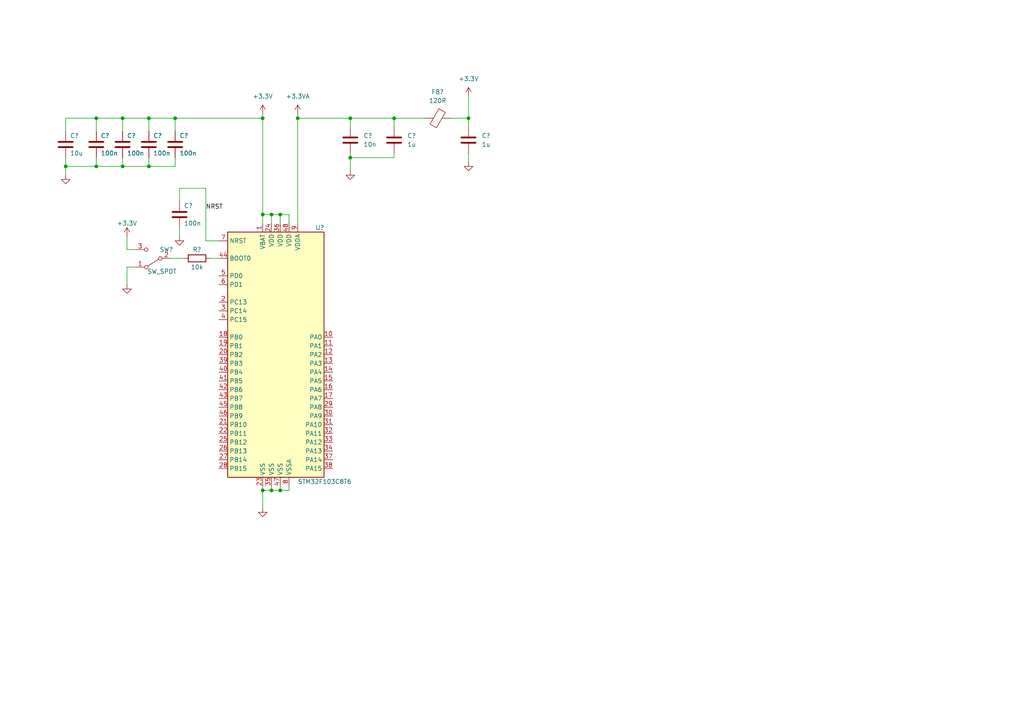
<source format=kicad_sch>
(kicad_sch (version 20211123) (generator eeschema)

  (uuid 8321c3c6-c3be-4f58-aa7c-107f457cdd36)

  (paper "A4")

  (lib_symbols
    (symbol "Device:C" (pin_numbers hide) (pin_names (offset 0.254)) (in_bom yes) (on_board yes)
      (property "Reference" "C" (id 0) (at 0.635 2.54 0)
        (effects (font (size 1.27 1.27)) (justify left))
      )
      (property "Value" "C" (id 1) (at 0.635 -2.54 0)
        (effects (font (size 1.27 1.27)) (justify left))
      )
      (property "Footprint" "" (id 2) (at 0.9652 -3.81 0)
        (effects (font (size 1.27 1.27)) hide)
      )
      (property "Datasheet" "~" (id 3) (at 0 0 0)
        (effects (font (size 1.27 1.27)) hide)
      )
      (property "ki_keywords" "cap capacitor" (id 4) (at 0 0 0)
        (effects (font (size 1.27 1.27)) hide)
      )
      (property "ki_description" "Unpolarized capacitor" (id 5) (at 0 0 0)
        (effects (font (size 1.27 1.27)) hide)
      )
      (property "ki_fp_filters" "C_*" (id 6) (at 0 0 0)
        (effects (font (size 1.27 1.27)) hide)
      )
      (symbol "C_0_1"
        (polyline
          (pts
            (xy -2.032 -0.762)
            (xy 2.032 -0.762)
          )
          (stroke (width 0.508) (type default) (color 0 0 0 0))
          (fill (type none))
        )
        (polyline
          (pts
            (xy -2.032 0.762)
            (xy 2.032 0.762)
          )
          (stroke (width 0.508) (type default) (color 0 0 0 0))
          (fill (type none))
        )
      )
      (symbol "C_1_1"
        (pin passive line (at 0 3.81 270) (length 2.794)
          (name "~" (effects (font (size 1.27 1.27))))
          (number "1" (effects (font (size 1.27 1.27))))
        )
        (pin passive line (at 0 -3.81 90) (length 2.794)
          (name "~" (effects (font (size 1.27 1.27))))
          (number "2" (effects (font (size 1.27 1.27))))
        )
      )
    )
    (symbol "Device:FerriteBead" (pin_numbers hide) (pin_names (offset 0)) (in_bom yes) (on_board yes)
      (property "Reference" "FB" (id 0) (at -3.81 0.635 90)
        (effects (font (size 1.27 1.27)))
      )
      (property "Value" "FerriteBead" (id 1) (at 3.81 0 90)
        (effects (font (size 1.27 1.27)))
      )
      (property "Footprint" "" (id 2) (at -1.778 0 90)
        (effects (font (size 1.27 1.27)) hide)
      )
      (property "Datasheet" "~" (id 3) (at 0 0 0)
        (effects (font (size 1.27 1.27)) hide)
      )
      (property "ki_keywords" "L ferrite bead inductor filter" (id 4) (at 0 0 0)
        (effects (font (size 1.27 1.27)) hide)
      )
      (property "ki_description" "Ferrite bead" (id 5) (at 0 0 0)
        (effects (font (size 1.27 1.27)) hide)
      )
      (property "ki_fp_filters" "Inductor_* L_* *Ferrite*" (id 6) (at 0 0 0)
        (effects (font (size 1.27 1.27)) hide)
      )
      (symbol "FerriteBead_0_1"
        (polyline
          (pts
            (xy 0 -1.27)
            (xy 0 -1.2192)
          )
          (stroke (width 0) (type default) (color 0 0 0 0))
          (fill (type none))
        )
        (polyline
          (pts
            (xy 0 1.27)
            (xy 0 1.2954)
          )
          (stroke (width 0) (type default) (color 0 0 0 0))
          (fill (type none))
        )
        (polyline
          (pts
            (xy -2.7686 0.4064)
            (xy -1.7018 2.2606)
            (xy 2.7686 -0.3048)
            (xy 1.6764 -2.159)
            (xy -2.7686 0.4064)
          )
          (stroke (width 0) (type default) (color 0 0 0 0))
          (fill (type none))
        )
      )
      (symbol "FerriteBead_1_1"
        (pin passive line (at 0 3.81 270) (length 2.54)
          (name "~" (effects (font (size 1.27 1.27))))
          (number "1" (effects (font (size 1.27 1.27))))
        )
        (pin passive line (at 0 -3.81 90) (length 2.54)
          (name "~" (effects (font (size 1.27 1.27))))
          (number "2" (effects (font (size 1.27 1.27))))
        )
      )
    )
    (symbol "Device:R" (pin_numbers hide) (pin_names (offset 0)) (in_bom yes) (on_board yes)
      (property "Reference" "R" (id 0) (at 2.032 0 90)
        (effects (font (size 1.27 1.27)))
      )
      (property "Value" "R" (id 1) (at 0 0 90)
        (effects (font (size 1.27 1.27)))
      )
      (property "Footprint" "" (id 2) (at -1.778 0 90)
        (effects (font (size 1.27 1.27)) hide)
      )
      (property "Datasheet" "~" (id 3) (at 0 0 0)
        (effects (font (size 1.27 1.27)) hide)
      )
      (property "ki_keywords" "R res resistor" (id 4) (at 0 0 0)
        (effects (font (size 1.27 1.27)) hide)
      )
      (property "ki_description" "Resistor" (id 5) (at 0 0 0)
        (effects (font (size 1.27 1.27)) hide)
      )
      (property "ki_fp_filters" "R_*" (id 6) (at 0 0 0)
        (effects (font (size 1.27 1.27)) hide)
      )
      (symbol "R_0_1"
        (rectangle (start -1.016 -2.54) (end 1.016 2.54)
          (stroke (width 0.254) (type default) (color 0 0 0 0))
          (fill (type none))
        )
      )
      (symbol "R_1_1"
        (pin passive line (at 0 3.81 270) (length 1.27)
          (name "~" (effects (font (size 1.27 1.27))))
          (number "1" (effects (font (size 1.27 1.27))))
        )
        (pin passive line (at 0 -3.81 90) (length 1.27)
          (name "~" (effects (font (size 1.27 1.27))))
          (number "2" (effects (font (size 1.27 1.27))))
        )
      )
    )
    (symbol "MCU_ST_STM32F1:STM32F103C8Tx" (in_bom yes) (on_board yes)
      (property "Reference" "U" (id 0) (at -15.24 36.83 0)
        (effects (font (size 1.27 1.27)) (justify left))
      )
      (property "Value" "STM32F103C8Tx" (id 1) (at 7.62 36.83 0)
        (effects (font (size 1.27 1.27)) (justify left))
      )
      (property "Footprint" "Package_QFP:LQFP-48_7x7mm_P0.5mm" (id 2) (at -15.24 -35.56 0)
        (effects (font (size 1.27 1.27)) (justify right) hide)
      )
      (property "Datasheet" "http://www.st.com/st-web-ui/static/active/en/resource/technical/document/datasheet/CD00161566.pdf" (id 3) (at 0 0 0)
        (effects (font (size 1.27 1.27)) hide)
      )
      (property "ki_keywords" "ARM Cortex-M3 STM32F1 STM32F103" (id 4) (at 0 0 0)
        (effects (font (size 1.27 1.27)) hide)
      )
      (property "ki_description" "ARM Cortex-M3 MCU, 64KB flash, 20KB RAM, 72MHz, 2-3.6V, 37 GPIO, LQFP-48" (id 5) (at 0 0 0)
        (effects (font (size 1.27 1.27)) hide)
      )
      (property "ki_fp_filters" "LQFP*7x7mm*P0.5mm*" (id 6) (at 0 0 0)
        (effects (font (size 1.27 1.27)) hide)
      )
      (symbol "STM32F103C8Tx_0_1"
        (rectangle (start -15.24 -35.56) (end 12.7 35.56)
          (stroke (width 0.254) (type default) (color 0 0 0 0))
          (fill (type background))
        )
      )
      (symbol "STM32F103C8Tx_1_1"
        (pin power_in line (at -5.08 38.1 270) (length 2.54)
          (name "VBAT" (effects (font (size 1.27 1.27))))
          (number "1" (effects (font (size 1.27 1.27))))
        )
        (pin bidirectional line (at 15.24 5.08 180) (length 2.54)
          (name "PA0" (effects (font (size 1.27 1.27))))
          (number "10" (effects (font (size 1.27 1.27))))
        )
        (pin bidirectional line (at 15.24 2.54 180) (length 2.54)
          (name "PA1" (effects (font (size 1.27 1.27))))
          (number "11" (effects (font (size 1.27 1.27))))
        )
        (pin bidirectional line (at 15.24 0 180) (length 2.54)
          (name "PA2" (effects (font (size 1.27 1.27))))
          (number "12" (effects (font (size 1.27 1.27))))
        )
        (pin bidirectional line (at 15.24 -2.54 180) (length 2.54)
          (name "PA3" (effects (font (size 1.27 1.27))))
          (number "13" (effects (font (size 1.27 1.27))))
        )
        (pin bidirectional line (at 15.24 -5.08 180) (length 2.54)
          (name "PA4" (effects (font (size 1.27 1.27))))
          (number "14" (effects (font (size 1.27 1.27))))
        )
        (pin bidirectional line (at 15.24 -7.62 180) (length 2.54)
          (name "PA5" (effects (font (size 1.27 1.27))))
          (number "15" (effects (font (size 1.27 1.27))))
        )
        (pin bidirectional line (at 15.24 -10.16 180) (length 2.54)
          (name "PA6" (effects (font (size 1.27 1.27))))
          (number "16" (effects (font (size 1.27 1.27))))
        )
        (pin bidirectional line (at 15.24 -12.7 180) (length 2.54)
          (name "PA7" (effects (font (size 1.27 1.27))))
          (number "17" (effects (font (size 1.27 1.27))))
        )
        (pin bidirectional line (at -17.78 5.08 0) (length 2.54)
          (name "PB0" (effects (font (size 1.27 1.27))))
          (number "18" (effects (font (size 1.27 1.27))))
        )
        (pin bidirectional line (at -17.78 2.54 0) (length 2.54)
          (name "PB1" (effects (font (size 1.27 1.27))))
          (number "19" (effects (font (size 1.27 1.27))))
        )
        (pin bidirectional line (at -17.78 15.24 0) (length 2.54)
          (name "PC13" (effects (font (size 1.27 1.27))))
          (number "2" (effects (font (size 1.27 1.27))))
        )
        (pin bidirectional line (at -17.78 0 0) (length 2.54)
          (name "PB2" (effects (font (size 1.27 1.27))))
          (number "20" (effects (font (size 1.27 1.27))))
        )
        (pin bidirectional line (at -17.78 -20.32 0) (length 2.54)
          (name "PB10" (effects (font (size 1.27 1.27))))
          (number "21" (effects (font (size 1.27 1.27))))
        )
        (pin bidirectional line (at -17.78 -22.86 0) (length 2.54)
          (name "PB11" (effects (font (size 1.27 1.27))))
          (number "22" (effects (font (size 1.27 1.27))))
        )
        (pin power_in line (at -5.08 -38.1 90) (length 2.54)
          (name "VSS" (effects (font (size 1.27 1.27))))
          (number "23" (effects (font (size 1.27 1.27))))
        )
        (pin power_in line (at -2.54 38.1 270) (length 2.54)
          (name "VDD" (effects (font (size 1.27 1.27))))
          (number "24" (effects (font (size 1.27 1.27))))
        )
        (pin bidirectional line (at -17.78 -25.4 0) (length 2.54)
          (name "PB12" (effects (font (size 1.27 1.27))))
          (number "25" (effects (font (size 1.27 1.27))))
        )
        (pin bidirectional line (at -17.78 -27.94 0) (length 2.54)
          (name "PB13" (effects (font (size 1.27 1.27))))
          (number "26" (effects (font (size 1.27 1.27))))
        )
        (pin bidirectional line (at -17.78 -30.48 0) (length 2.54)
          (name "PB14" (effects (font (size 1.27 1.27))))
          (number "27" (effects (font (size 1.27 1.27))))
        )
        (pin bidirectional line (at -17.78 -33.02 0) (length 2.54)
          (name "PB15" (effects (font (size 1.27 1.27))))
          (number "28" (effects (font (size 1.27 1.27))))
        )
        (pin bidirectional line (at 15.24 -15.24 180) (length 2.54)
          (name "PA8" (effects (font (size 1.27 1.27))))
          (number "29" (effects (font (size 1.27 1.27))))
        )
        (pin bidirectional line (at -17.78 12.7 0) (length 2.54)
          (name "PC14" (effects (font (size 1.27 1.27))))
          (number "3" (effects (font (size 1.27 1.27))))
        )
        (pin bidirectional line (at 15.24 -17.78 180) (length 2.54)
          (name "PA9" (effects (font (size 1.27 1.27))))
          (number "30" (effects (font (size 1.27 1.27))))
        )
        (pin bidirectional line (at 15.24 -20.32 180) (length 2.54)
          (name "PA10" (effects (font (size 1.27 1.27))))
          (number "31" (effects (font (size 1.27 1.27))))
        )
        (pin bidirectional line (at 15.24 -22.86 180) (length 2.54)
          (name "PA11" (effects (font (size 1.27 1.27))))
          (number "32" (effects (font (size 1.27 1.27))))
        )
        (pin bidirectional line (at 15.24 -25.4 180) (length 2.54)
          (name "PA12" (effects (font (size 1.27 1.27))))
          (number "33" (effects (font (size 1.27 1.27))))
        )
        (pin bidirectional line (at 15.24 -27.94 180) (length 2.54)
          (name "PA13" (effects (font (size 1.27 1.27))))
          (number "34" (effects (font (size 1.27 1.27))))
        )
        (pin power_in line (at -2.54 -38.1 90) (length 2.54)
          (name "VSS" (effects (font (size 1.27 1.27))))
          (number "35" (effects (font (size 1.27 1.27))))
        )
        (pin power_in line (at 0 38.1 270) (length 2.54)
          (name "VDD" (effects (font (size 1.27 1.27))))
          (number "36" (effects (font (size 1.27 1.27))))
        )
        (pin bidirectional line (at 15.24 -30.48 180) (length 2.54)
          (name "PA14" (effects (font (size 1.27 1.27))))
          (number "37" (effects (font (size 1.27 1.27))))
        )
        (pin bidirectional line (at 15.24 -33.02 180) (length 2.54)
          (name "PA15" (effects (font (size 1.27 1.27))))
          (number "38" (effects (font (size 1.27 1.27))))
        )
        (pin bidirectional line (at -17.78 -2.54 0) (length 2.54)
          (name "PB3" (effects (font (size 1.27 1.27))))
          (number "39" (effects (font (size 1.27 1.27))))
        )
        (pin bidirectional line (at -17.78 10.16 0) (length 2.54)
          (name "PC15" (effects (font (size 1.27 1.27))))
          (number "4" (effects (font (size 1.27 1.27))))
        )
        (pin bidirectional line (at -17.78 -5.08 0) (length 2.54)
          (name "PB4" (effects (font (size 1.27 1.27))))
          (number "40" (effects (font (size 1.27 1.27))))
        )
        (pin bidirectional line (at -17.78 -7.62 0) (length 2.54)
          (name "PB5" (effects (font (size 1.27 1.27))))
          (number "41" (effects (font (size 1.27 1.27))))
        )
        (pin bidirectional line (at -17.78 -10.16 0) (length 2.54)
          (name "PB6" (effects (font (size 1.27 1.27))))
          (number "42" (effects (font (size 1.27 1.27))))
        )
        (pin bidirectional line (at -17.78 -12.7 0) (length 2.54)
          (name "PB7" (effects (font (size 1.27 1.27))))
          (number "43" (effects (font (size 1.27 1.27))))
        )
        (pin input line (at -17.78 27.94 0) (length 2.54)
          (name "BOOT0" (effects (font (size 1.27 1.27))))
          (number "44" (effects (font (size 1.27 1.27))))
        )
        (pin bidirectional line (at -17.78 -15.24 0) (length 2.54)
          (name "PB8" (effects (font (size 1.27 1.27))))
          (number "45" (effects (font (size 1.27 1.27))))
        )
        (pin bidirectional line (at -17.78 -17.78 0) (length 2.54)
          (name "PB9" (effects (font (size 1.27 1.27))))
          (number "46" (effects (font (size 1.27 1.27))))
        )
        (pin power_in line (at 0 -38.1 90) (length 2.54)
          (name "VSS" (effects (font (size 1.27 1.27))))
          (number "47" (effects (font (size 1.27 1.27))))
        )
        (pin power_in line (at 2.54 38.1 270) (length 2.54)
          (name "VDD" (effects (font (size 1.27 1.27))))
          (number "48" (effects (font (size 1.27 1.27))))
        )
        (pin input line (at -17.78 22.86 0) (length 2.54)
          (name "PD0" (effects (font (size 1.27 1.27))))
          (number "5" (effects (font (size 1.27 1.27))))
        )
        (pin input line (at -17.78 20.32 0) (length 2.54)
          (name "PD1" (effects (font (size 1.27 1.27))))
          (number "6" (effects (font (size 1.27 1.27))))
        )
        (pin input line (at -17.78 33.02 0) (length 2.54)
          (name "NRST" (effects (font (size 1.27 1.27))))
          (number "7" (effects (font (size 1.27 1.27))))
        )
        (pin power_in line (at 2.54 -38.1 90) (length 2.54)
          (name "VSSA" (effects (font (size 1.27 1.27))))
          (number "8" (effects (font (size 1.27 1.27))))
        )
        (pin power_in line (at 5.08 38.1 270) (length 2.54)
          (name "VDDA" (effects (font (size 1.27 1.27))))
          (number "9" (effects (font (size 1.27 1.27))))
        )
      )
    )
    (symbol "Switch:SW_SPDT" (pin_names (offset 0) hide) (in_bom yes) (on_board yes)
      (property "Reference" "SW" (id 0) (at 0 4.318 0)
        (effects (font (size 1.27 1.27)))
      )
      (property "Value" "SW_SPDT" (id 1) (at 0 -5.08 0)
        (effects (font (size 1.27 1.27)))
      )
      (property "Footprint" "" (id 2) (at 0 0 0)
        (effects (font (size 1.27 1.27)) hide)
      )
      (property "Datasheet" "~" (id 3) (at 0 0 0)
        (effects (font (size 1.27 1.27)) hide)
      )
      (property "ki_keywords" "switch single-pole double-throw spdt ON-ON" (id 4) (at 0 0 0)
        (effects (font (size 1.27 1.27)) hide)
      )
      (property "ki_description" "Switch, single pole double throw" (id 5) (at 0 0 0)
        (effects (font (size 1.27 1.27)) hide)
      )
      (symbol "SW_SPDT_0_0"
        (circle (center -2.032 0) (radius 0.508)
          (stroke (width 0) (type default) (color 0 0 0 0))
          (fill (type none))
        )
        (circle (center 2.032 -2.54) (radius 0.508)
          (stroke (width 0) (type default) (color 0 0 0 0))
          (fill (type none))
        )
      )
      (symbol "SW_SPDT_0_1"
        (polyline
          (pts
            (xy -1.524 0.254)
            (xy 1.651 2.286)
          )
          (stroke (width 0) (type default) (color 0 0 0 0))
          (fill (type none))
        )
        (circle (center 2.032 2.54) (radius 0.508)
          (stroke (width 0) (type default) (color 0 0 0 0))
          (fill (type none))
        )
      )
      (symbol "SW_SPDT_1_1"
        (pin passive line (at 5.08 2.54 180) (length 2.54)
          (name "A" (effects (font (size 1.27 1.27))))
          (number "1" (effects (font (size 1.27 1.27))))
        )
        (pin passive line (at -5.08 0 0) (length 2.54)
          (name "B" (effects (font (size 1.27 1.27))))
          (number "2" (effects (font (size 1.27 1.27))))
        )
        (pin passive line (at 5.08 -2.54 180) (length 2.54)
          (name "C" (effects (font (size 1.27 1.27))))
          (number "3" (effects (font (size 1.27 1.27))))
        )
      )
    )
    (symbol "power:+3.3V" (power) (pin_names (offset 0)) (in_bom yes) (on_board yes)
      (property "Reference" "#PWR" (id 0) (at 0 -3.81 0)
        (effects (font (size 1.27 1.27)) hide)
      )
      (property "Value" "+3.3V" (id 1) (at 0 3.556 0)
        (effects (font (size 1.27 1.27)))
      )
      (property "Footprint" "" (id 2) (at 0 0 0)
        (effects (font (size 1.27 1.27)) hide)
      )
      (property "Datasheet" "" (id 3) (at 0 0 0)
        (effects (font (size 1.27 1.27)) hide)
      )
      (property "ki_keywords" "power-flag" (id 4) (at 0 0 0)
        (effects (font (size 1.27 1.27)) hide)
      )
      (property "ki_description" "Power symbol creates a global label with name \"+3.3V\"" (id 5) (at 0 0 0)
        (effects (font (size 1.27 1.27)) hide)
      )
      (symbol "+3.3V_0_1"
        (polyline
          (pts
            (xy -0.762 1.27)
            (xy 0 2.54)
          )
          (stroke (width 0) (type default) (color 0 0 0 0))
          (fill (type none))
        )
        (polyline
          (pts
            (xy 0 0)
            (xy 0 2.54)
          )
          (stroke (width 0) (type default) (color 0 0 0 0))
          (fill (type none))
        )
        (polyline
          (pts
            (xy 0 2.54)
            (xy 0.762 1.27)
          )
          (stroke (width 0) (type default) (color 0 0 0 0))
          (fill (type none))
        )
      )
      (symbol "+3.3V_1_1"
        (pin power_in line (at 0 0 90) (length 0) hide
          (name "+3.3V" (effects (font (size 1.27 1.27))))
          (number "1" (effects (font (size 1.27 1.27))))
        )
      )
    )
    (symbol "power:+3.3VA" (power) (pin_names (offset 0)) (in_bom yes) (on_board yes)
      (property "Reference" "#PWR" (id 0) (at 0 -3.81 0)
        (effects (font (size 1.27 1.27)) hide)
      )
      (property "Value" "+3.3VA" (id 1) (at 0 3.556 0)
        (effects (font (size 1.27 1.27)))
      )
      (property "Footprint" "" (id 2) (at 0 0 0)
        (effects (font (size 1.27 1.27)) hide)
      )
      (property "Datasheet" "" (id 3) (at 0 0 0)
        (effects (font (size 1.27 1.27)) hide)
      )
      (property "ki_keywords" "power-flag" (id 4) (at 0 0 0)
        (effects (font (size 1.27 1.27)) hide)
      )
      (property "ki_description" "Power symbol creates a global label with name \"+3.3VA\"" (id 5) (at 0 0 0)
        (effects (font (size 1.27 1.27)) hide)
      )
      (symbol "+3.3VA_0_1"
        (polyline
          (pts
            (xy -0.762 1.27)
            (xy 0 2.54)
          )
          (stroke (width 0) (type default) (color 0 0 0 0))
          (fill (type none))
        )
        (polyline
          (pts
            (xy 0 0)
            (xy 0 2.54)
          )
          (stroke (width 0) (type default) (color 0 0 0 0))
          (fill (type none))
        )
        (polyline
          (pts
            (xy 0 2.54)
            (xy 0.762 1.27)
          )
          (stroke (width 0) (type default) (color 0 0 0 0))
          (fill (type none))
        )
      )
      (symbol "+3.3VA_1_1"
        (pin power_in line (at 0 0 90) (length 0) hide
          (name "+3.3VA" (effects (font (size 1.27 1.27))))
          (number "1" (effects (font (size 1.27 1.27))))
        )
      )
    )
    (symbol "power:GND" (power) (pin_names (offset 0)) (in_bom yes) (on_board yes)
      (property "Reference" "#PWR" (id 0) (at 0 -6.35 0)
        (effects (font (size 1.27 1.27)) hide)
      )
      (property "Value" "GND" (id 1) (at 0 -3.81 0)
        (effects (font (size 1.27 1.27)))
      )
      (property "Footprint" "" (id 2) (at 0 0 0)
        (effects (font (size 1.27 1.27)) hide)
      )
      (property "Datasheet" "" (id 3) (at 0 0 0)
        (effects (font (size 1.27 1.27)) hide)
      )
      (property "ki_keywords" "power-flag" (id 4) (at 0 0 0)
        (effects (font (size 1.27 1.27)) hide)
      )
      (property "ki_description" "Power symbol creates a global label with name \"GND\" , ground" (id 5) (at 0 0 0)
        (effects (font (size 1.27 1.27)) hide)
      )
      (symbol "GND_0_1"
        (polyline
          (pts
            (xy 0 0)
            (xy 0 -1.27)
            (xy 1.27 -1.27)
            (xy 0 -2.54)
            (xy -1.27 -1.27)
            (xy 0 -1.27)
          )
          (stroke (width 0) (type default) (color 0 0 0 0))
          (fill (type none))
        )
      )
      (symbol "GND_1_1"
        (pin power_in line (at 0 0 270) (length 0) hide
          (name "GND" (effects (font (size 1.27 1.27))))
          (number "1" (effects (font (size 1.27 1.27))))
        )
      )
    )
  )

  (junction (at 50.8 34.29) (diameter 0) (color 0 0 0 0)
    (uuid 20a5b8a2-a0a6-400a-80a1-d7967313e3bb)
  )
  (junction (at 43.18 48.26) (diameter 0) (color 0 0 0 0)
    (uuid 4785a52a-5909-4872-8549-37aa74b1a6b9)
  )
  (junction (at 27.94 48.26) (diameter 0) (color 0 0 0 0)
    (uuid 4e12070f-78d7-4021-9411-56b048b851ee)
  )
  (junction (at 76.2 34.29) (diameter 0) (color 0 0 0 0)
    (uuid 506e6615-1b5e-4e31-915c-ca3af10e1429)
  )
  (junction (at 19.05 48.26) (diameter 0) (color 0 0 0 0)
    (uuid 515a833f-9097-4024-81b3-03cbfbec7622)
  )
  (junction (at 81.28 142.24) (diameter 0) (color 0 0 0 0)
    (uuid 5c0fbe81-60ef-4bbf-9943-2d30b962f2e6)
  )
  (junction (at 76.2 142.24) (diameter 0) (color 0 0 0 0)
    (uuid 62346c4c-1eb1-4c85-a3ad-a0ce587efea9)
  )
  (junction (at 81.28 62.23) (diameter 0) (color 0 0 0 0)
    (uuid 6eeb627d-2f13-46e8-a6ad-b215f576d3e5)
  )
  (junction (at 43.18 34.29) (diameter 0) (color 0 0 0 0)
    (uuid 827db748-6872-4ca6-a43b-e286dee7c7f8)
  )
  (junction (at 135.89 34.29) (diameter 0) (color 0 0 0 0)
    (uuid 88ea8f10-5233-4282-a74f-8efe2c9fdb8d)
  )
  (junction (at 86.36 34.29) (diameter 0) (color 0 0 0 0)
    (uuid a50de9a9-3601-4c06-b9e9-ba029731210d)
  )
  (junction (at 101.6 45.72) (diameter 0) (color 0 0 0 0)
    (uuid b4500ed8-e73b-46fc-ba37-08987ded25c2)
  )
  (junction (at 76.2 62.23) (diameter 0) (color 0 0 0 0)
    (uuid c357f1b8-e3ac-4cdf-9610-00fd58b3218c)
  )
  (junction (at 78.74 142.24) (diameter 0) (color 0 0 0 0)
    (uuid c7effb46-bebf-4844-b257-8e1efc5dfaa6)
  )
  (junction (at 35.56 34.29) (diameter 0) (color 0 0 0 0)
    (uuid ce20afb8-6092-4238-8787-c650887c833e)
  )
  (junction (at 101.6 34.29) (diameter 0) (color 0 0 0 0)
    (uuid d63da114-570d-4f12-bcae-c1a5bd6543e8)
  )
  (junction (at 35.56 48.26) (diameter 0) (color 0 0 0 0)
    (uuid ebc6deaa-cd37-48ca-9e14-d16909a56bf2)
  )
  (junction (at 27.94 34.29) (diameter 0) (color 0 0 0 0)
    (uuid f1c2438e-ba3d-4403-85c9-cbec1ba6e4c7)
  )
  (junction (at 114.3 34.29) (diameter 0) (color 0 0 0 0)
    (uuid f2914e69-96f6-4c89-91ff-74dc14d0bcc3)
  )
  (junction (at 78.74 62.23) (diameter 0) (color 0 0 0 0)
    (uuid fc65e333-64ab-4412-bf7a-d63b39a06aa2)
  )

  (wire (pts (xy 49.53 74.93) (xy 53.34 74.93))
    (stroke (width 0) (type default) (color 0 0 0 0))
    (uuid 00408c26-69bb-467a-b76a-0130e9940abf)
  )
  (wire (pts (xy 83.82 64.77) (xy 83.82 62.23))
    (stroke (width 0) (type default) (color 0 0 0 0))
    (uuid 0c8d292a-b666-483c-905a-2b53e00f5239)
  )
  (wire (pts (xy 27.94 34.29) (xy 35.56 34.29))
    (stroke (width 0) (type default) (color 0 0 0 0))
    (uuid 0f12f6a7-dbaa-4816-a246-6be24f93e6a4)
  )
  (wire (pts (xy 76.2 62.23) (xy 76.2 64.77))
    (stroke (width 0) (type default) (color 0 0 0 0))
    (uuid 0f6748d5-f4a4-42f8-b506-da021ba8ba50)
  )
  (wire (pts (xy 76.2 140.97) (xy 76.2 142.24))
    (stroke (width 0) (type default) (color 0 0 0 0))
    (uuid 0fe2f8ff-ef41-4153-a6c1-0a385e1b53d3)
  )
  (wire (pts (xy 43.18 34.29) (xy 50.8 34.29))
    (stroke (width 0) (type default) (color 0 0 0 0))
    (uuid 10ad8e01-22c3-4286-b09e-8427c54e6c23)
  )
  (wire (pts (xy 101.6 34.29) (xy 114.3 34.29))
    (stroke (width 0) (type default) (color 0 0 0 0))
    (uuid 13bafda8-ad9a-4b0d-b5b6-d44572c8bdda)
  )
  (wire (pts (xy 83.82 142.24) (xy 81.28 142.24))
    (stroke (width 0) (type default) (color 0 0 0 0))
    (uuid 1b0a3066-0c56-42e1-8bdf-45274dbb9241)
  )
  (wire (pts (xy 19.05 34.29) (xy 27.94 34.29))
    (stroke (width 0) (type default) (color 0 0 0 0))
    (uuid 1b726cc3-79d1-4331-9a45-24d1848c214f)
  )
  (wire (pts (xy 76.2 33.02) (xy 76.2 34.29))
    (stroke (width 0) (type default) (color 0 0 0 0))
    (uuid 1b812c39-c540-4b78-a261-cd4f068c0e9e)
  )
  (wire (pts (xy 39.37 72.39) (xy 36.83 72.39))
    (stroke (width 0) (type default) (color 0 0 0 0))
    (uuid 1f7fc8b7-dd1f-4133-9149-c831d6012020)
  )
  (wire (pts (xy 50.8 38.1) (xy 50.8 34.29))
    (stroke (width 0) (type default) (color 0 0 0 0))
    (uuid 24efb901-2425-4ded-8850-12093dd724b9)
  )
  (wire (pts (xy 114.3 34.29) (xy 114.3 36.83))
    (stroke (width 0) (type default) (color 0 0 0 0))
    (uuid 2caf759e-39e9-440b-a2a9-7d1fc17de16f)
  )
  (wire (pts (xy 52.07 54.61) (xy 52.07 58.42))
    (stroke (width 0) (type default) (color 0 0 0 0))
    (uuid 2f970f44-2d78-4219-88e3-f768e04f237c)
  )
  (wire (pts (xy 36.83 77.47) (xy 36.83 82.55))
    (stroke (width 0) (type default) (color 0 0 0 0))
    (uuid 3340dd23-8c72-4e3b-9224-077ae6aee01f)
  )
  (wire (pts (xy 52.07 66.04) (xy 52.07 68.58))
    (stroke (width 0) (type default) (color 0 0 0 0))
    (uuid 43f28b1f-e08c-44f6-b1c9-9ec83731202c)
  )
  (wire (pts (xy 35.56 48.26) (xy 43.18 48.26))
    (stroke (width 0) (type default) (color 0 0 0 0))
    (uuid 498bba8e-293d-437c-bc8d-44cbfebd439f)
  )
  (wire (pts (xy 59.69 69.85) (xy 63.5 69.85))
    (stroke (width 0) (type default) (color 0 0 0 0))
    (uuid 517aeee1-bccd-4e5b-a6d4-414e6ccb4310)
  )
  (wire (pts (xy 76.2 34.29) (xy 76.2 62.23))
    (stroke (width 0) (type default) (color 0 0 0 0))
    (uuid 53b8adfa-ad72-40bd-9c66-e511bbd0a219)
  )
  (wire (pts (xy 43.18 48.26) (xy 50.8 48.26))
    (stroke (width 0) (type default) (color 0 0 0 0))
    (uuid 5402a7f8-39c7-45d9-89b7-b4d5845ace94)
  )
  (wire (pts (xy 27.94 48.26) (xy 35.56 48.26))
    (stroke (width 0) (type default) (color 0 0 0 0))
    (uuid 5570f7e3-b26c-4608-8577-551f832aea41)
  )
  (wire (pts (xy 135.89 27.94) (xy 135.89 34.29))
    (stroke (width 0) (type default) (color 0 0 0 0))
    (uuid 5c6654ca-743a-427f-8035-22d46f630fbe)
  )
  (wire (pts (xy 19.05 38.1) (xy 19.05 34.29))
    (stroke (width 0) (type default) (color 0 0 0 0))
    (uuid 5e532de6-cea3-420a-8889-f3bb948bdc06)
  )
  (wire (pts (xy 76.2 62.23) (xy 78.74 62.23))
    (stroke (width 0) (type default) (color 0 0 0 0))
    (uuid 68a70e1f-c673-4135-913e-7b2c2c6d28ac)
  )
  (wire (pts (xy 101.6 44.45) (xy 101.6 45.72))
    (stroke (width 0) (type default) (color 0 0 0 0))
    (uuid 6ff6145f-05ff-4e2e-8fa8-a0d4969e5dab)
  )
  (wire (pts (xy 114.3 45.72) (xy 101.6 45.72))
    (stroke (width 0) (type default) (color 0 0 0 0))
    (uuid 71a3fb91-6adb-455b-a9e2-462000a15d8d)
  )
  (wire (pts (xy 135.89 34.29) (xy 135.89 36.83))
    (stroke (width 0) (type default) (color 0 0 0 0))
    (uuid 7347f928-df5a-4ba9-8d45-54f2d00f36fb)
  )
  (wire (pts (xy 36.83 72.39) (xy 36.83 68.58))
    (stroke (width 0) (type default) (color 0 0 0 0))
    (uuid 788a55ee-5801-454a-ae4d-81857a2024e4)
  )
  (wire (pts (xy 101.6 34.29) (xy 101.6 36.83))
    (stroke (width 0) (type default) (color 0 0 0 0))
    (uuid 79ca8e9d-3246-4d37-b85f-5efeaa5c9f13)
  )
  (wire (pts (xy 43.18 38.1) (xy 43.18 34.29))
    (stroke (width 0) (type default) (color 0 0 0 0))
    (uuid 79df232b-8d2f-44ca-afca-7895aaff8056)
  )
  (wire (pts (xy 50.8 34.29) (xy 76.2 34.29))
    (stroke (width 0) (type default) (color 0 0 0 0))
    (uuid 7a03772c-4891-4f24-95d4-595601ee2a40)
  )
  (wire (pts (xy 27.94 38.1) (xy 27.94 34.29))
    (stroke (width 0) (type default) (color 0 0 0 0))
    (uuid 7ccb35ee-150b-4f68-8c74-36abc22e6491)
  )
  (wire (pts (xy 114.3 34.29) (xy 123.19 34.29))
    (stroke (width 0) (type default) (color 0 0 0 0))
    (uuid 7dfdef38-244a-42a7-a0c9-e59dafa78665)
  )
  (wire (pts (xy 59.69 54.61) (xy 52.07 54.61))
    (stroke (width 0) (type default) (color 0 0 0 0))
    (uuid 7fa7d611-0b9a-4cc9-9d50-e36cb6a4b076)
  )
  (wire (pts (xy 78.74 142.24) (xy 76.2 142.24))
    (stroke (width 0) (type default) (color 0 0 0 0))
    (uuid 8112015c-06b6-4851-a0bb-fbd1648a6506)
  )
  (wire (pts (xy 81.28 142.24) (xy 78.74 142.24))
    (stroke (width 0) (type default) (color 0 0 0 0))
    (uuid 843aa7cf-3cb3-4390-be7f-297fe43767b7)
  )
  (wire (pts (xy 19.05 48.26) (xy 19.05 50.8))
    (stroke (width 0) (type default) (color 0 0 0 0))
    (uuid 91f7b1ab-d480-4c47-973c-14eac0dde16f)
  )
  (wire (pts (xy 60.96 74.93) (xy 63.5 74.93))
    (stroke (width 0) (type default) (color 0 0 0 0))
    (uuid 93d27737-e8c4-4c4f-a644-7b3dfcb44ddd)
  )
  (wire (pts (xy 59.69 54.61) (xy 59.69 69.85))
    (stroke (width 0) (type default) (color 0 0 0 0))
    (uuid 9460dc45-c71e-468b-a7bf-88c8f8f5945f)
  )
  (wire (pts (xy 35.56 48.26) (xy 35.56 45.72))
    (stroke (width 0) (type default) (color 0 0 0 0))
    (uuid 9480c46f-b98b-497a-a5ef-6971330d9aa3)
  )
  (wire (pts (xy 86.36 34.29) (xy 101.6 34.29))
    (stroke (width 0) (type default) (color 0 0 0 0))
    (uuid 953a3836-2656-4d72-97ec-557379222932)
  )
  (wire (pts (xy 27.94 45.72) (xy 27.94 48.26))
    (stroke (width 0) (type default) (color 0 0 0 0))
    (uuid a52d47db-7af6-4117-91e5-b5188facecea)
  )
  (wire (pts (xy 135.89 34.29) (xy 130.81 34.29))
    (stroke (width 0) (type default) (color 0 0 0 0))
    (uuid a609fbc2-b76c-4d63-b9b5-2f4534363dc4)
  )
  (wire (pts (xy 81.28 64.77) (xy 81.28 62.23))
    (stroke (width 0) (type default) (color 0 0 0 0))
    (uuid a7632fc7-f60e-4084-ad39-dca0e4713933)
  )
  (wire (pts (xy 35.56 34.29) (xy 43.18 34.29))
    (stroke (width 0) (type default) (color 0 0 0 0))
    (uuid a89caaff-1c2f-45a5-96c0-5fdab1f63103)
  )
  (wire (pts (xy 50.8 48.26) (xy 50.8 45.72))
    (stroke (width 0) (type default) (color 0 0 0 0))
    (uuid b2a510ef-1eac-4ad9-840e-dd158023222c)
  )
  (wire (pts (xy 35.56 38.1) (xy 35.56 34.29))
    (stroke (width 0) (type default) (color 0 0 0 0))
    (uuid b57d84bc-2502-4c38-8fcd-517d1aeae90a)
  )
  (wire (pts (xy 86.36 33.02) (xy 86.36 34.29))
    (stroke (width 0) (type default) (color 0 0 0 0))
    (uuid b5d1010b-cd3a-4b20-82ad-6165f4bc71af)
  )
  (wire (pts (xy 101.6 45.72) (xy 101.6 49.53))
    (stroke (width 0) (type default) (color 0 0 0 0))
    (uuid c09e1944-1dd3-48d4-a33d-bab5306b0b18)
  )
  (wire (pts (xy 86.36 34.29) (xy 86.36 64.77))
    (stroke (width 0) (type default) (color 0 0 0 0))
    (uuid cc320e6b-0111-4be0-a9fd-999b399229d0)
  )
  (wire (pts (xy 78.74 62.23) (xy 81.28 62.23))
    (stroke (width 0) (type default) (color 0 0 0 0))
    (uuid cc4b7cd0-b8d8-47cb-9a3e-1c36f8de6d06)
  )
  (wire (pts (xy 78.74 140.97) (xy 78.74 142.24))
    (stroke (width 0) (type default) (color 0 0 0 0))
    (uuid d32eea57-b245-4673-beed-5e1d691d55ce)
  )
  (wire (pts (xy 81.28 140.97) (xy 81.28 142.24))
    (stroke (width 0) (type default) (color 0 0 0 0))
    (uuid d7b80f8d-323f-4e34-986c-703f51a7ae53)
  )
  (wire (pts (xy 83.82 140.97) (xy 83.82 142.24))
    (stroke (width 0) (type default) (color 0 0 0 0))
    (uuid d9c361b0-7edb-4022-8b49-4aeda0dbc2b1)
  )
  (wire (pts (xy 81.28 62.23) (xy 83.82 62.23))
    (stroke (width 0) (type default) (color 0 0 0 0))
    (uuid ddd4ed32-9250-4f2a-88d3-24b2f49c45a8)
  )
  (wire (pts (xy 39.37 77.47) (xy 36.83 77.47))
    (stroke (width 0) (type default) (color 0 0 0 0))
    (uuid e6386b4c-b6ac-4241-9523-89421f67f83f)
  )
  (wire (pts (xy 114.3 44.45) (xy 114.3 45.72))
    (stroke (width 0) (type default) (color 0 0 0 0))
    (uuid e74717c6-4c93-4e76-9208-6696cfbacf83)
  )
  (wire (pts (xy 78.74 64.77) (xy 78.74 62.23))
    (stroke (width 0) (type default) (color 0 0 0 0))
    (uuid eb78e518-501d-4a76-8e71-827e6b010aaf)
  )
  (wire (pts (xy 27.94 48.26) (xy 19.05 48.26))
    (stroke (width 0) (type default) (color 0 0 0 0))
    (uuid f1e2c374-2f43-48e7-bdef-b635aa3de86e)
  )
  (wire (pts (xy 43.18 48.26) (xy 43.18 45.72))
    (stroke (width 0) (type default) (color 0 0 0 0))
    (uuid f2d3e97a-9ca5-43e3-b5b0-0856d6df4172)
  )
  (wire (pts (xy 76.2 142.24) (xy 76.2 147.32))
    (stroke (width 0) (type default) (color 0 0 0 0))
    (uuid fb9730de-867b-4be9-9b78-27c326569296)
  )
  (wire (pts (xy 19.05 45.72) (xy 19.05 48.26))
    (stroke (width 0) (type default) (color 0 0 0 0))
    (uuid fc4c6347-7edc-4e2c-9928-7ce448b613d8)
  )
  (wire (pts (xy 135.89 44.45) (xy 135.89 46.99))
    (stroke (width 0) (type default) (color 0 0 0 0))
    (uuid ffa9e3d0-361d-43f5-9ed8-fa3e5c46a298)
  )

  (label "NRST" (at 59.69 60.96 0)
    (effects (font (size 1.27 1.27)) (justify left bottom))
    (uuid e3b10282-ec89-4544-aae3-db084c7e971e)
  )

  (symbol (lib_id "Device:C") (at 50.8 41.91 0) (unit 1)
    (in_bom yes) (on_board yes)
    (uuid 0ca001c0-a7b3-43b0-8abc-e0ca30bf345a)
    (property "Reference" "C?" (id 0) (at 52.07 39.37 0)
      (effects (font (size 1.27 1.27)) (justify left))
    )
    (property "Value" "100n" (id 1) (at 52.07 44.45 0)
      (effects (font (size 1.27 1.27)) (justify left))
    )
    (property "Footprint" "" (id 2) (at 51.7652 45.72 0)
      (effects (font (size 1.27 1.27)) hide)
    )
    (property "Datasheet" "~" (id 3) (at 50.8 41.91 0)
      (effects (font (size 1.27 1.27)) hide)
    )
    (pin "1" (uuid 2283a8ed-a5c2-4278-81d9-e67b9dbd6fd8))
    (pin "2" (uuid 04a74608-3a6e-4a44-bbd0-8420ad4196e2))
  )

  (symbol (lib_id "Device:C") (at 52.07 62.23 0) (unit 1)
    (in_bom yes) (on_board yes)
    (uuid 2a6cf10d-8033-41f4-8316-162b9e66b208)
    (property "Reference" "C?" (id 0) (at 53.34 59.69 0)
      (effects (font (size 1.27 1.27)) (justify left))
    )
    (property "Value" "100n" (id 1) (at 53.34 64.77 0)
      (effects (font (size 1.27 1.27)) (justify left))
    )
    (property "Footprint" "" (id 2) (at 53.0352 66.04 0)
      (effects (font (size 1.27 1.27)) hide)
    )
    (property "Datasheet" "~" (id 3) (at 52.07 62.23 0)
      (effects (font (size 1.27 1.27)) hide)
    )
    (pin "1" (uuid fe20f017-6bc0-4b0d-8e2a-7245b50d844a))
    (pin "2" (uuid 11fbabb9-15d4-43af-885e-71d216e5e694))
  )

  (symbol (lib_id "power:GND") (at 76.2 147.32 0) (unit 1)
    (in_bom yes) (on_board yes) (fields_autoplaced)
    (uuid 2f1d7289-8c40-475b-9d3a-56d0356f05db)
    (property "Reference" "#PWR?" (id 0) (at 76.2 153.67 0)
      (effects (font (size 1.27 1.27)) hide)
    )
    (property "Value" "GND" (id 1) (at 76.2 152.4 0)
      (effects (font (size 1.27 1.27)) hide)
    )
    (property "Footprint" "" (id 2) (at 76.2 147.32 0)
      (effects (font (size 1.27 1.27)) hide)
    )
    (property "Datasheet" "" (id 3) (at 76.2 147.32 0)
      (effects (font (size 1.27 1.27)) hide)
    )
    (pin "1" (uuid 846436c2-9db4-45d7-b549-18463d826263))
  )

  (symbol (lib_id "Device:FerriteBead") (at 127 34.29 90) (unit 1)
    (in_bom yes) (on_board yes) (fields_autoplaced)
    (uuid 3035fa23-81dc-4a62-8d5c-38e6d4ec6e52)
    (property "Reference" "FB?" (id 0) (at 126.9492 26.67 90))
    (property "Value" "120R" (id 1) (at 126.9492 29.21 90))
    (property "Footprint" "" (id 2) (at 127 36.068 90)
      (effects (font (size 1.27 1.27)) hide)
    )
    (property "Datasheet" "~" (id 3) (at 127 34.29 0)
      (effects (font (size 1.27 1.27)) hide)
    )
    (pin "1" (uuid c5c3304e-2750-4500-9673-d70373d4351b))
    (pin "2" (uuid 150e08d6-b72e-437e-8ae9-0888e39f47de))
  )

  (symbol (lib_id "power:GND") (at 52.07 68.58 0) (unit 1)
    (in_bom yes) (on_board yes) (fields_autoplaced)
    (uuid 39660bda-0f33-4f8b-83e7-3079438ca3f1)
    (property "Reference" "#PWR?" (id 0) (at 52.07 74.93 0)
      (effects (font (size 1.27 1.27)) hide)
    )
    (property "Value" "GND" (id 1) (at 52.07 73.66 0)
      (effects (font (size 1.27 1.27)) hide)
    )
    (property "Footprint" "" (id 2) (at 52.07 68.58 0)
      (effects (font (size 1.27 1.27)) hide)
    )
    (property "Datasheet" "" (id 3) (at 52.07 68.58 0)
      (effects (font (size 1.27 1.27)) hide)
    )
    (pin "1" (uuid 185b6688-a3e2-476b-8954-54b3edcfeb45))
  )

  (symbol (lib_id "power:+3.3V") (at 135.89 27.94 0) (unit 1)
    (in_bom yes) (on_board yes) (fields_autoplaced)
    (uuid 3a877c5f-6b25-4573-89e0-169d8cce143f)
    (property "Reference" "#PWR?" (id 0) (at 135.89 31.75 0)
      (effects (font (size 1.27 1.27)) hide)
    )
    (property "Value" "+3.3V" (id 1) (at 135.89 22.86 0))
    (property "Footprint" "" (id 2) (at 135.89 27.94 0)
      (effects (font (size 1.27 1.27)) hide)
    )
    (property "Datasheet" "" (id 3) (at 135.89 27.94 0)
      (effects (font (size 1.27 1.27)) hide)
    )
    (pin "1" (uuid d71dba83-bdaf-4c26-ba08-1b822cc5747f))
  )

  (symbol (lib_id "power:GND") (at 101.6 49.53 0) (unit 1)
    (in_bom yes) (on_board yes) (fields_autoplaced)
    (uuid 53e88155-4807-4a18-ba8a-ede18f0b4263)
    (property "Reference" "#PWR?" (id 0) (at 101.6 55.88 0)
      (effects (font (size 1.27 1.27)) hide)
    )
    (property "Value" "GND" (id 1) (at 101.6 54.61 0)
      (effects (font (size 1.27 1.27)) hide)
    )
    (property "Footprint" "" (id 2) (at 101.6 49.53 0)
      (effects (font (size 1.27 1.27)) hide)
    )
    (property "Datasheet" "" (id 3) (at 101.6 49.53 0)
      (effects (font (size 1.27 1.27)) hide)
    )
    (pin "1" (uuid faf8ca8a-1c84-4449-b2b4-a2947ca4534b))
  )

  (symbol (lib_id "power:+3.3V") (at 76.2 33.02 0) (unit 1)
    (in_bom yes) (on_board yes) (fields_autoplaced)
    (uuid 5b51d4bd-1292-46a1-9fe6-1f63527f8674)
    (property "Reference" "#PWR?" (id 0) (at 76.2 36.83 0)
      (effects (font (size 1.27 1.27)) hide)
    )
    (property "Value" "+3.3V" (id 1) (at 76.2 27.94 0))
    (property "Footprint" "" (id 2) (at 76.2 33.02 0)
      (effects (font (size 1.27 1.27)) hide)
    )
    (property "Datasheet" "" (id 3) (at 76.2 33.02 0)
      (effects (font (size 1.27 1.27)) hide)
    )
    (pin "1" (uuid ce01a3e8-2492-443a-8c83-5696269c0d6b))
  )

  (symbol (lib_id "power:GND") (at 36.83 82.55 0) (unit 1)
    (in_bom yes) (on_board yes) (fields_autoplaced)
    (uuid 607d24eb-82eb-45fe-9f79-39e3a685774d)
    (property "Reference" "#PWR?" (id 0) (at 36.83 88.9 0)
      (effects (font (size 1.27 1.27)) hide)
    )
    (property "Value" "GND" (id 1) (at 36.83 87.63 0)
      (effects (font (size 1.27 1.27)) hide)
    )
    (property "Footprint" "" (id 2) (at 36.83 82.55 0)
      (effects (font (size 1.27 1.27)) hide)
    )
    (property "Datasheet" "" (id 3) (at 36.83 82.55 0)
      (effects (font (size 1.27 1.27)) hide)
    )
    (pin "1" (uuid 03e89055-a469-4dc5-82b6-185aa353456d))
  )

  (symbol (lib_id "power:GND") (at 19.05 50.8 0) (unit 1)
    (in_bom yes) (on_board yes) (fields_autoplaced)
    (uuid 63962170-02b6-4eb2-8362-8ee8ed22b180)
    (property "Reference" "#PWR?" (id 0) (at 19.05 57.15 0)
      (effects (font (size 1.27 1.27)) hide)
    )
    (property "Value" "GND" (id 1) (at 19.05 55.88 0)
      (effects (font (size 1.27 1.27)) hide)
    )
    (property "Footprint" "" (id 2) (at 19.05 50.8 0)
      (effects (font (size 1.27 1.27)) hide)
    )
    (property "Datasheet" "" (id 3) (at 19.05 50.8 0)
      (effects (font (size 1.27 1.27)) hide)
    )
    (pin "1" (uuid d30c1831-7fce-4d9d-bbae-d109d6a373b2))
  )

  (symbol (lib_id "Device:C") (at 43.18 41.91 0) (unit 1)
    (in_bom yes) (on_board yes)
    (uuid 8ee54e8c-2885-456a-8665-5b475dd39612)
    (property "Reference" "C?" (id 0) (at 44.45 39.37 0)
      (effects (font (size 1.27 1.27)) (justify left))
    )
    (property "Value" "100n" (id 1) (at 44.45 44.45 0)
      (effects (font (size 1.27 1.27)) (justify left))
    )
    (property "Footprint" "" (id 2) (at 44.1452 45.72 0)
      (effects (font (size 1.27 1.27)) hide)
    )
    (property "Datasheet" "~" (id 3) (at 43.18 41.91 0)
      (effects (font (size 1.27 1.27)) hide)
    )
    (pin "1" (uuid 4ca17eeb-5d08-4c55-8e0e-5c9d933cd566))
    (pin "2" (uuid dea99670-d588-414c-bb10-2384cefb5a5c))
  )

  (symbol (lib_id "Device:C") (at 101.6 40.64 0) (unit 1)
    (in_bom yes) (on_board yes) (fields_autoplaced)
    (uuid 9a5bf6ad-686e-4676-8d2f-2df2b6cd1c95)
    (property "Reference" "C?" (id 0) (at 105.41 39.3699 0)
      (effects (font (size 1.27 1.27)) (justify left))
    )
    (property "Value" "10n" (id 1) (at 105.41 41.9099 0)
      (effects (font (size 1.27 1.27)) (justify left))
    )
    (property "Footprint" "" (id 2) (at 102.5652 44.45 0)
      (effects (font (size 1.27 1.27)) hide)
    )
    (property "Datasheet" "~" (id 3) (at 101.6 40.64 0)
      (effects (font (size 1.27 1.27)) hide)
    )
    (pin "1" (uuid 157c5d23-2391-468f-9600-b6d47672ce38))
    (pin "2" (uuid 35200de7-ab1b-4edd-ac46-0c39a0414f99))
  )

  (symbol (lib_id "Device:C") (at 27.94 41.91 0) (unit 1)
    (in_bom yes) (on_board yes)
    (uuid acec6dab-acff-47c8-879b-fb7fca325391)
    (property "Reference" "C?" (id 0) (at 29.21 39.37 0)
      (effects (font (size 1.27 1.27)) (justify left))
    )
    (property "Value" "100n" (id 1) (at 29.21 44.45 0)
      (effects (font (size 1.27 1.27)) (justify left))
    )
    (property "Footprint" "" (id 2) (at 28.9052 45.72 0)
      (effects (font (size 1.27 1.27)) hide)
    )
    (property "Datasheet" "~" (id 3) (at 27.94 41.91 0)
      (effects (font (size 1.27 1.27)) hide)
    )
    (pin "1" (uuid 8f74edce-72b9-42be-9fa7-fe08a03335cd))
    (pin "2" (uuid 027ca0de-9b21-418d-a9ff-d6fdb7ac6b75))
  )

  (symbol (lib_id "Device:C") (at 19.05 41.91 0) (unit 1)
    (in_bom yes) (on_board yes)
    (uuid bc0063d2-fc22-4ac1-ac67-a4e9a11a233a)
    (property "Reference" "C?" (id 0) (at 20.32 39.37 0)
      (effects (font (size 1.27 1.27)) (justify left))
    )
    (property "Value" "10u" (id 1) (at 20.32 44.45 0)
      (effects (font (size 1.27 1.27)) (justify left))
    )
    (property "Footprint" "" (id 2) (at 20.0152 45.72 0)
      (effects (font (size 1.27 1.27)) hide)
    )
    (property "Datasheet" "~" (id 3) (at 19.05 41.91 0)
      (effects (font (size 1.27 1.27)) hide)
    )
    (pin "1" (uuid 5cb681bb-4bba-4baf-bd74-d4ad544ca9e4))
    (pin "2" (uuid 1b868df9-51df-4767-ba70-70afe6269fc0))
  )

  (symbol (lib_id "Switch:SW_SPDT") (at 44.45 74.93 180) (unit 1)
    (in_bom yes) (on_board yes)
    (uuid c0a7a5f1-c7d3-4a9a-9500-087671a6d25f)
    (property "Reference" "SW?" (id 0) (at 48.26 72.39 0))
    (property "Value" "SW_SPDT" (id 1) (at 46.99 78.74 0))
    (property "Footprint" "" (id 2) (at 44.45 74.93 0)
      (effects (font (size 1.27 1.27)) hide)
    )
    (property "Datasheet" "~" (id 3) (at 44.45 74.93 0)
      (effects (font (size 1.27 1.27)) hide)
    )
    (pin "1" (uuid e6cde877-6e4d-4ada-9eaa-3ed30b6cefd4))
    (pin "2" (uuid 2d354c40-8b9b-4622-a44a-3875626432b1))
    (pin "3" (uuid b818be55-692a-4f5d-9174-b2cc579e19f6))
  )

  (symbol (lib_id "Device:R") (at 57.15 74.93 90) (unit 1)
    (in_bom yes) (on_board yes)
    (uuid cd7ebf92-12cd-4d22-bda2-52c365ea56a8)
    (property "Reference" "R?" (id 0) (at 57.15 72.39 90))
    (property "Value" "10k" (id 1) (at 57.15 77.47 90))
    (property "Footprint" "" (id 2) (at 57.15 76.708 90)
      (effects (font (size 1.27 1.27)) hide)
    )
    (property "Datasheet" "~" (id 3) (at 57.15 74.93 0)
      (effects (font (size 1.27 1.27)) hide)
    )
    (pin "1" (uuid 0ebbcc7b-93a3-422e-9eb7-4f06f8d8919e))
    (pin "2" (uuid 8fc842d8-e45c-46ab-b86b-46d58768a5e9))
  )

  (symbol (lib_id "power:+3.3VA") (at 86.36 33.02 0) (unit 1)
    (in_bom yes) (on_board yes) (fields_autoplaced)
    (uuid d1be9d5d-b5d1-4a4a-9243-2800222c4b23)
    (property "Reference" "#PWR?" (id 0) (at 86.36 36.83 0)
      (effects (font (size 1.27 1.27)) hide)
    )
    (property "Value" "+3.3VA" (id 1) (at 86.36 27.94 0))
    (property "Footprint" "" (id 2) (at 86.36 33.02 0)
      (effects (font (size 1.27 1.27)) hide)
    )
    (property "Datasheet" "" (id 3) (at 86.36 33.02 0)
      (effects (font (size 1.27 1.27)) hide)
    )
    (pin "1" (uuid 4ca78fde-3254-4c24-8326-8da22798953d))
  )

  (symbol (lib_id "power:GND") (at 135.89 46.99 0) (unit 1)
    (in_bom yes) (on_board yes) (fields_autoplaced)
    (uuid d34e6c18-6e9e-41ca-b1ee-69f4fddd82c3)
    (property "Reference" "#PWR?" (id 0) (at 135.89 53.34 0)
      (effects (font (size 1.27 1.27)) hide)
    )
    (property "Value" "GND" (id 1) (at 135.89 52.07 0)
      (effects (font (size 1.27 1.27)) hide)
    )
    (property "Footprint" "" (id 2) (at 135.89 46.99 0)
      (effects (font (size 1.27 1.27)) hide)
    )
    (property "Datasheet" "" (id 3) (at 135.89 46.99 0)
      (effects (font (size 1.27 1.27)) hide)
    )
    (pin "1" (uuid cafd867c-734f-4334-ab14-5abda0912c59))
  )

  (symbol (lib_id "MCU_ST_STM32F1:STM32F103C8Tx") (at 81.28 102.87 0) (unit 1)
    (in_bom yes) (on_board yes)
    (uuid d989dbb8-74bf-411e-86a0-8f0055b4510a)
    (property "Reference" "U?" (id 0) (at 91.44 66.04 0)
      (effects (font (size 1.27 1.27)) (justify left))
    )
    (property "Value" "STM32F103C8T6" (id 1) (at 86.36 139.7 0)
      (effects (font (size 1.27 1.27)) (justify left))
    )
    (property "Footprint" "Package_QFP:LQFP-48_7x7mm_P0.5mm" (id 2) (at 66.04 138.43 0)
      (effects (font (size 1.27 1.27)) (justify right) hide)
    )
    (property "Datasheet" "http://www.st.com/st-web-ui/static/active/en/resource/technical/document/datasheet/CD00161566.pdf" (id 3) (at 81.28 102.87 0)
      (effects (font (size 1.27 1.27)) hide)
    )
    (pin "1" (uuid d7b5bb9c-ead3-4e73-8780-f4839c84ad60))
    (pin "10" (uuid fba96cab-9153-49ea-8323-31a313dbc658))
    (pin "11" (uuid 7787b38c-dc52-4ece-9396-5bd06395e7c4))
    (pin "12" (uuid b4b5a769-5ce7-42e7-aec3-5854d8a3cff3))
    (pin "13" (uuid d33ff123-8a54-47aa-8a9d-ffbf7395a76c))
    (pin "14" (uuid 9da2c68f-dd92-4c79-9a43-395aa4e88e14))
    (pin "15" (uuid ed3a063d-66cc-4d20-9848-8fa3fe7cf932))
    (pin "16" (uuid 8fac1068-0bca-43a8-a3d9-49593009621d))
    (pin "17" (uuid dada5ee0-5e71-4cfe-8fa6-370c57d2fd73))
    (pin "18" (uuid 2200ef96-4b54-450a-8f82-d761c8f34162))
    (pin "19" (uuid ac2e0100-d4db-4630-affd-5d3a53273d1d))
    (pin "2" (uuid 839a422d-49b8-4eb7-be1e-aba9cd249883))
    (pin "20" (uuid d597bd14-13b1-40ec-b4c5-40871fcd6d91))
    (pin "21" (uuid 489cc7b6-5f09-439e-9325-acb1645713c9))
    (pin "22" (uuid d88c242a-427d-42f1-b42f-5dc090abea7c))
    (pin "23" (uuid fb8e4bb7-d6ca-4b6c-a5b9-73da5098f9b3))
    (pin "24" (uuid e823ddc2-6dad-4a53-bf69-9806c204fefc))
    (pin "25" (uuid 0760b860-1163-4266-a4c7-60e58a4352d7))
    (pin "26" (uuid b1c782dc-4480-43a9-8354-7f57dec03117))
    (pin "27" (uuid 70926fb6-edc9-4f6d-93aa-37af2f0e8cf0))
    (pin "28" (uuid 9d8e70f3-5e7d-4400-81db-cbfb3765a2de))
    (pin "29" (uuid 2f72a8ba-fed6-4038-9b45-d43eca66c5c1))
    (pin "3" (uuid c7c309a4-6603-47a1-8e56-2a6216102a63))
    (pin "30" (uuid aa816c94-d83e-49c2-9803-2a8ecdd9399f))
    (pin "31" (uuid 5ee4b5ad-25e9-46af-9bde-56b0bf6d12a1))
    (pin "32" (uuid 4a870765-53e5-4b9e-9405-139ba5711b9c))
    (pin "33" (uuid 751922bb-11ad-4436-a622-a8c210171f42))
    (pin "34" (uuid 3de55079-5386-46d6-b5e0-9dc223cbba6b))
    (pin "35" (uuid a8abc065-a67c-400d-a2d9-66294c4e63c3))
    (pin "36" (uuid 4b41947f-d9b2-4328-9f17-22c2dc8a6891))
    (pin "37" (uuid 31a69e53-53d5-4bbb-97e9-401f7203bf41))
    (pin "38" (uuid 804eaae6-f9c9-40b2-9c5c-60a8b38559de))
    (pin "39" (uuid d1e59164-0ee2-4807-90e9-167bd5ed5a2a))
    (pin "4" (uuid e75e6ad7-bf52-4b06-a852-4bb62c2667f3))
    (pin "40" (uuid 3964f9e7-ab2b-4279-9e1b-51adbce50fe2))
    (pin "41" (uuid b5bc0744-8ade-45d1-8425-032b23f27331))
    (pin "42" (uuid 92b90382-ef9c-4e50-86e2-c8b6b13505a1))
    (pin "43" (uuid 14759d5e-4e66-43c6-9f6d-7d21e7788696))
    (pin "44" (uuid 90a74e85-cb99-44c1-bb05-25ea7f44cd48))
    (pin "45" (uuid ff433778-7236-4212-b046-11a33d86a18e))
    (pin "46" (uuid b72f8b5b-269a-41f5-adf5-f99b3bba8e14))
    (pin "47" (uuid 7c3bbe35-5c6d-40ad-9ab3-6fd795f97c8d))
    (pin "48" (uuid 177a53a5-7523-46b4-9f06-50e55686077a))
    (pin "5" (uuid ea81c34b-afd8-4ea1-9644-cdb9e179b526))
    (pin "6" (uuid 8d9da32c-0b6d-45c1-b1e7-aa12e03d2b53))
    (pin "7" (uuid faef7031-bd54-4aa6-a78e-715cd2ad1af3))
    (pin "8" (uuid df8cecda-fdd2-4b3a-8301-12506cb2c22f))
    (pin "9" (uuid 2ec00853-0eaa-4410-b00b-76c238f18de0))
  )

  (symbol (lib_id "Device:C") (at 114.3 40.64 0) (unit 1)
    (in_bom yes) (on_board yes) (fields_autoplaced)
    (uuid dc5b2461-c370-429a-a6c7-39ce1d5d1081)
    (property "Reference" "C?" (id 0) (at 118.11 39.3699 0)
      (effects (font (size 1.27 1.27)) (justify left))
    )
    (property "Value" "1u" (id 1) (at 118.11 41.9099 0)
      (effects (font (size 1.27 1.27)) (justify left))
    )
    (property "Footprint" "" (id 2) (at 115.2652 44.45 0)
      (effects (font (size 1.27 1.27)) hide)
    )
    (property "Datasheet" "~" (id 3) (at 114.3 40.64 0)
      (effects (font (size 1.27 1.27)) hide)
    )
    (pin "1" (uuid 8b30c678-9ba3-4397-b6e5-09dc2dc9573b))
    (pin "2" (uuid e7fa69a2-23b7-4019-8e95-a39b3d2f27a8))
  )

  (symbol (lib_id "power:+3.3V") (at 36.83 68.58 0) (unit 1)
    (in_bom yes) (on_board yes)
    (uuid e8f4e3ff-021c-4dff-8741-665b50265678)
    (property "Reference" "#PWR?" (id 0) (at 36.83 72.39 0)
      (effects (font (size 1.27 1.27)) hide)
    )
    (property "Value" "+3.3V" (id 1) (at 36.83 64.77 0))
    (property "Footprint" "" (id 2) (at 36.83 68.58 0)
      (effects (font (size 1.27 1.27)) hide)
    )
    (property "Datasheet" "" (id 3) (at 36.83 68.58 0)
      (effects (font (size 1.27 1.27)) hide)
    )
    (pin "1" (uuid 59e691c6-4107-4452-97eb-4532397408d3))
  )

  (symbol (lib_id "Device:C") (at 135.89 40.64 0) (unit 1)
    (in_bom yes) (on_board yes) (fields_autoplaced)
    (uuid f1bd5a40-a166-4cfd-b67f-befd38b11f06)
    (property "Reference" "C?" (id 0) (at 139.7 39.3699 0)
      (effects (font (size 1.27 1.27)) (justify left))
    )
    (property "Value" "1u" (id 1) (at 139.7 41.9099 0)
      (effects (font (size 1.27 1.27)) (justify left))
    )
    (property "Footprint" "" (id 2) (at 136.8552 44.45 0)
      (effects (font (size 1.27 1.27)) hide)
    )
    (property "Datasheet" "~" (id 3) (at 135.89 40.64 0)
      (effects (font (size 1.27 1.27)) hide)
    )
    (pin "1" (uuid a6964801-6c8d-4158-ae71-2df3a21e03ce))
    (pin "2" (uuid bc3e88a0-5ba7-48c9-aa90-5531c62215c3))
  )

  (symbol (lib_id "Device:C") (at 35.56 41.91 0) (unit 1)
    (in_bom yes) (on_board yes)
    (uuid fcb90a14-3ec2-4a42-adea-f5640f125d42)
    (property "Reference" "C?" (id 0) (at 36.83 39.37 0)
      (effects (font (size 1.27 1.27)) (justify left))
    )
    (property "Value" "100n" (id 1) (at 36.83 44.45 0)
      (effects (font (size 1.27 1.27)) (justify left))
    )
    (property "Footprint" "" (id 2) (at 36.5252 45.72 0)
      (effects (font (size 1.27 1.27)) hide)
    )
    (property "Datasheet" "~" (id 3) (at 35.56 41.91 0)
      (effects (font (size 1.27 1.27)) hide)
    )
    (pin "1" (uuid 06b26112-f455-4e21-82f7-823b3cbd449b))
    (pin "2" (uuid 9199c6f4-6880-47a1-904f-2ab6b7871ac8))
  )

  (sheet_instances
    (path "/" (page "1"))
  )

  (symbol_instances
    (path "/2f1d7289-8c40-475b-9d3a-56d0356f05db"
      (reference "#PWR?") (unit 1) (value "GND") (footprint "")
    )
    (path "/39660bda-0f33-4f8b-83e7-3079438ca3f1"
      (reference "#PWR?") (unit 1) (value "GND") (footprint "")
    )
    (path "/3a877c5f-6b25-4573-89e0-169d8cce143f"
      (reference "#PWR?") (unit 1) (value "+3.3V") (footprint "")
    )
    (path "/53e88155-4807-4a18-ba8a-ede18f0b4263"
      (reference "#PWR?") (unit 1) (value "GND") (footprint "")
    )
    (path "/5b51d4bd-1292-46a1-9fe6-1f63527f8674"
      (reference "#PWR?") (unit 1) (value "+3.3V") (footprint "")
    )
    (path "/607d24eb-82eb-45fe-9f79-39e3a685774d"
      (reference "#PWR?") (unit 1) (value "GND") (footprint "")
    )
    (path "/63962170-02b6-4eb2-8362-8ee8ed22b180"
      (reference "#PWR?") (unit 1) (value "GND") (footprint "")
    )
    (path "/d1be9d5d-b5d1-4a4a-9243-2800222c4b23"
      (reference "#PWR?") (unit 1) (value "+3.3VA") (footprint "")
    )
    (path "/d34e6c18-6e9e-41ca-b1ee-69f4fddd82c3"
      (reference "#PWR?") (unit 1) (value "GND") (footprint "")
    )
    (path "/e8f4e3ff-021c-4dff-8741-665b50265678"
      (reference "#PWR?") (unit 1) (value "+3.3V") (footprint "")
    )
    (path "/0ca001c0-a7b3-43b0-8abc-e0ca30bf345a"
      (reference "C?") (unit 1) (value "100n") (footprint "")
    )
    (path "/2a6cf10d-8033-41f4-8316-162b9e66b208"
      (reference "C?") (unit 1) (value "100n") (footprint "")
    )
    (path "/8ee54e8c-2885-456a-8665-5b475dd39612"
      (reference "C?") (unit 1) (value "100n") (footprint "")
    )
    (path "/9a5bf6ad-686e-4676-8d2f-2df2b6cd1c95"
      (reference "C?") (unit 1) (value "10n") (footprint "")
    )
    (path "/acec6dab-acff-47c8-879b-fb7fca325391"
      (reference "C?") (unit 1) (value "100n") (footprint "")
    )
    (path "/bc0063d2-fc22-4ac1-ac67-a4e9a11a233a"
      (reference "C?") (unit 1) (value "10u") (footprint "")
    )
    (path "/dc5b2461-c370-429a-a6c7-39ce1d5d1081"
      (reference "C?") (unit 1) (value "1u") (footprint "")
    )
    (path "/f1bd5a40-a166-4cfd-b67f-befd38b11f06"
      (reference "C?") (unit 1) (value "1u") (footprint "")
    )
    (path "/fcb90a14-3ec2-4a42-adea-f5640f125d42"
      (reference "C?") (unit 1) (value "100n") (footprint "")
    )
    (path "/3035fa23-81dc-4a62-8d5c-38e6d4ec6e52"
      (reference "FB?") (unit 1) (value "120R") (footprint "")
    )
    (path "/cd7ebf92-12cd-4d22-bda2-52c365ea56a8"
      (reference "R?") (unit 1) (value "10k") (footprint "")
    )
    (path "/c0a7a5f1-c7d3-4a9a-9500-087671a6d25f"
      (reference "SW?") (unit 1) (value "SW_SPDT") (footprint "")
    )
    (path "/d989dbb8-74bf-411e-86a0-8f0055b4510a"
      (reference "U?") (unit 1) (value "STM32F103C8T6") (footprint "Package_QFP:LQFP-48_7x7mm_P0.5mm")
    )
  )
)

</source>
